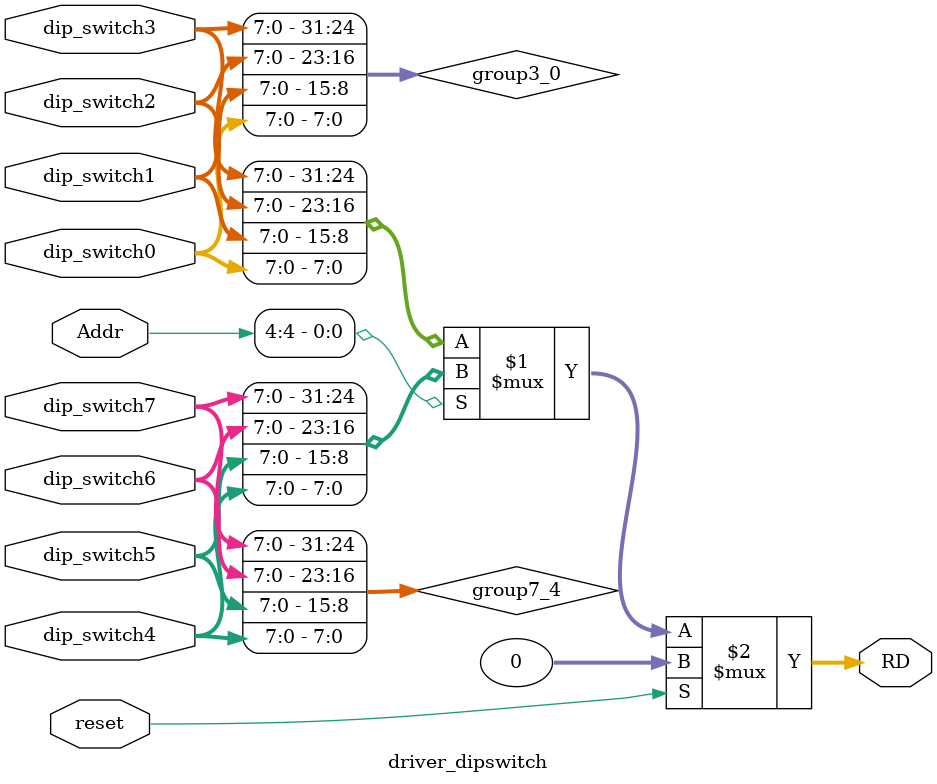
<source format=v>
`timescale 1ns / 1ps
module driver_dipswitch(
    output [31:0] RD,
    input [4:2] Addr,
	 input reset,
    input [7:0] dip_switch0,
	 input [7:0] dip_switch1,
	 input [7:0] dip_switch2,
	 input [7:0] dip_switch3,
	 input [7:0] dip_switch4,
	 input [7:0] dip_switch5,
	 input [7:0] dip_switch6,
	 input [7:0] dip_switch7
    );
	wire [31:0] group3_0 = {dip_switch3, dip_switch2, dip_switch1, dip_switch0}; 
	wire [31:0] group7_4 = {dip_switch7, dip_switch6, dip_switch5, dip_switch4}; 
	
	assign RD = (reset) ? 0 :
					(Addr[4]) ? group7_4 :
					group3_0;

endmodule

</source>
